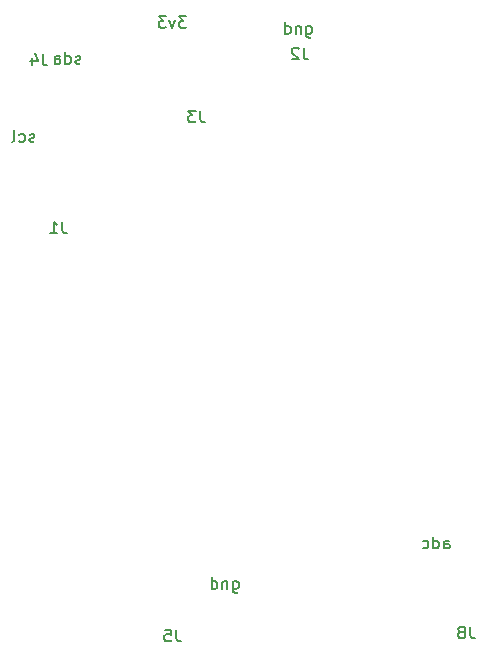
<source format=gbr>
G04 #@! TF.FileFunction,Legend,Bot*
%FSLAX46Y46*%
G04 Gerber Fmt 4.6, Leading zero omitted, Abs format (unit mm)*
G04 Created by KiCad (PCBNEW 4.0.7) date Tuesday, April 30, 2019 'PMt' 01:18:36 PM*
%MOMM*%
%LPD*%
G01*
G04 APERTURE LIST*
%ADD10C,0.100000*%
%ADD11C,0.150000*%
G04 APERTURE END LIST*
D10*
D11*
X124666333Y-76922381D02*
X124666333Y-77636667D01*
X124713953Y-77779524D01*
X124809191Y-77874762D01*
X124952048Y-77922381D01*
X125047286Y-77922381D01*
X123666333Y-77922381D02*
X124237762Y-77922381D01*
X123952048Y-77922381D02*
X123952048Y-76922381D01*
X124047286Y-77065238D01*
X124142524Y-77160476D01*
X124237762Y-77208095D01*
X122316762Y-70127762D02*
X122221524Y-70175381D01*
X122031048Y-70175381D01*
X121935809Y-70127762D01*
X121888190Y-70032524D01*
X121888190Y-69984905D01*
X121935809Y-69889667D01*
X122031048Y-69842048D01*
X122173905Y-69842048D01*
X122269143Y-69794429D01*
X122316762Y-69699190D01*
X122316762Y-69651571D01*
X122269143Y-69556333D01*
X122173905Y-69508714D01*
X122031048Y-69508714D01*
X121935809Y-69556333D01*
X121031047Y-70127762D02*
X121126285Y-70175381D01*
X121316762Y-70175381D01*
X121412000Y-70127762D01*
X121459619Y-70080143D01*
X121507238Y-69984905D01*
X121507238Y-69699190D01*
X121459619Y-69603952D01*
X121412000Y-69556333D01*
X121316762Y-69508714D01*
X121126285Y-69508714D01*
X121031047Y-69556333D01*
X120459619Y-70175381D02*
X120554857Y-70127762D01*
X120602476Y-70032524D01*
X120602476Y-69175381D01*
X145113333Y-62190381D02*
X145113333Y-62904667D01*
X145160953Y-63047524D01*
X145256191Y-63142762D01*
X145399048Y-63190381D01*
X145494286Y-63190381D01*
X144684762Y-62285619D02*
X144637143Y-62238000D01*
X144541905Y-62190381D01*
X144303809Y-62190381D01*
X144208571Y-62238000D01*
X144160952Y-62285619D01*
X144113333Y-62380857D01*
X144113333Y-62476095D01*
X144160952Y-62618952D01*
X144732381Y-63190381D01*
X144113333Y-63190381D01*
X145343476Y-60364714D02*
X145343476Y-61174238D01*
X145391095Y-61269476D01*
X145438714Y-61317095D01*
X145533953Y-61364714D01*
X145676810Y-61364714D01*
X145772048Y-61317095D01*
X145343476Y-60983762D02*
X145438714Y-61031381D01*
X145629191Y-61031381D01*
X145724429Y-60983762D01*
X145772048Y-60936143D01*
X145819667Y-60840905D01*
X145819667Y-60555190D01*
X145772048Y-60459952D01*
X145724429Y-60412333D01*
X145629191Y-60364714D01*
X145438714Y-60364714D01*
X145343476Y-60412333D01*
X144867286Y-60364714D02*
X144867286Y-61031381D01*
X144867286Y-60459952D02*
X144819667Y-60412333D01*
X144724429Y-60364714D01*
X144581571Y-60364714D01*
X144486333Y-60412333D01*
X144438714Y-60507571D01*
X144438714Y-61031381D01*
X143533952Y-61031381D02*
X143533952Y-60031381D01*
X143533952Y-60983762D02*
X143629190Y-61031381D01*
X143819667Y-61031381D01*
X143914905Y-60983762D01*
X143962524Y-60936143D01*
X144010143Y-60840905D01*
X144010143Y-60555190D01*
X143962524Y-60459952D01*
X143914905Y-60412333D01*
X143819667Y-60364714D01*
X143629190Y-60364714D01*
X143533952Y-60412333D01*
X136350333Y-67524381D02*
X136350333Y-68238667D01*
X136397953Y-68381524D01*
X136493191Y-68476762D01*
X136636048Y-68524381D01*
X136731286Y-68524381D01*
X135969381Y-67524381D02*
X135350333Y-67524381D01*
X135683667Y-67905333D01*
X135540809Y-67905333D01*
X135445571Y-67952952D01*
X135397952Y-68000571D01*
X135350333Y-68095810D01*
X135350333Y-68333905D01*
X135397952Y-68429143D01*
X135445571Y-68476762D01*
X135540809Y-68524381D01*
X135826524Y-68524381D01*
X135921762Y-68476762D01*
X135969381Y-68429143D01*
X135175476Y-59523381D02*
X134556428Y-59523381D01*
X134889762Y-59904333D01*
X134746904Y-59904333D01*
X134651666Y-59951952D01*
X134604047Y-59999571D01*
X134556428Y-60094810D01*
X134556428Y-60332905D01*
X134604047Y-60428143D01*
X134651666Y-60475762D01*
X134746904Y-60523381D01*
X135032619Y-60523381D01*
X135127857Y-60475762D01*
X135175476Y-60428143D01*
X134223095Y-59856714D02*
X133985000Y-60523381D01*
X133746904Y-59856714D01*
X133461190Y-59523381D02*
X132842142Y-59523381D01*
X133175476Y-59904333D01*
X133032618Y-59904333D01*
X132937380Y-59951952D01*
X132889761Y-59999571D01*
X132842142Y-60094810D01*
X132842142Y-60332905D01*
X132889761Y-60428143D01*
X132937380Y-60475762D01*
X133032618Y-60523381D01*
X133318333Y-60523381D01*
X133413571Y-60475762D01*
X133461190Y-60428143D01*
X123015333Y-62698381D02*
X123015333Y-63412667D01*
X123062953Y-63555524D01*
X123158191Y-63650762D01*
X123301048Y-63698381D01*
X123396286Y-63698381D01*
X122110571Y-63031714D02*
X122110571Y-63698381D01*
X122348667Y-62650762D02*
X122586762Y-63365048D01*
X121967714Y-63365048D01*
X126214048Y-63523762D02*
X126118810Y-63571381D01*
X125928334Y-63571381D01*
X125833095Y-63523762D01*
X125785476Y-63428524D01*
X125785476Y-63380905D01*
X125833095Y-63285667D01*
X125928334Y-63238048D01*
X126071191Y-63238048D01*
X126166429Y-63190429D01*
X126214048Y-63095190D01*
X126214048Y-63047571D01*
X126166429Y-62952333D01*
X126071191Y-62904714D01*
X125928334Y-62904714D01*
X125833095Y-62952333D01*
X124928333Y-63571381D02*
X124928333Y-62571381D01*
X124928333Y-63523762D02*
X125023571Y-63571381D01*
X125214048Y-63571381D01*
X125309286Y-63523762D01*
X125356905Y-63476143D01*
X125404524Y-63380905D01*
X125404524Y-63095190D01*
X125356905Y-62999952D01*
X125309286Y-62952333D01*
X125214048Y-62904714D01*
X125023571Y-62904714D01*
X124928333Y-62952333D01*
X124023571Y-63571381D02*
X124023571Y-63047571D01*
X124071190Y-62952333D01*
X124166428Y-62904714D01*
X124356905Y-62904714D01*
X124452143Y-62952333D01*
X124023571Y-63523762D02*
X124118809Y-63571381D01*
X124356905Y-63571381D01*
X124452143Y-63523762D01*
X124499762Y-63428524D01*
X124499762Y-63333286D01*
X124452143Y-63238048D01*
X124356905Y-63190429D01*
X124118809Y-63190429D01*
X124023571Y-63142810D01*
X134318333Y-111466381D02*
X134318333Y-112180667D01*
X134365953Y-112323524D01*
X134461191Y-112418762D01*
X134604048Y-112466381D01*
X134699286Y-112466381D01*
X133365952Y-111466381D02*
X133842143Y-111466381D01*
X133889762Y-111942571D01*
X133842143Y-111894952D01*
X133746905Y-111847333D01*
X133508809Y-111847333D01*
X133413571Y-111894952D01*
X133365952Y-111942571D01*
X133318333Y-112037810D01*
X133318333Y-112275905D01*
X133365952Y-112371143D01*
X133413571Y-112418762D01*
X133508809Y-112466381D01*
X133746905Y-112466381D01*
X133842143Y-112418762D01*
X133889762Y-112371143D01*
X139120476Y-107354714D02*
X139120476Y-108164238D01*
X139168095Y-108259476D01*
X139215714Y-108307095D01*
X139310953Y-108354714D01*
X139453810Y-108354714D01*
X139549048Y-108307095D01*
X139120476Y-107973762D02*
X139215714Y-108021381D01*
X139406191Y-108021381D01*
X139501429Y-107973762D01*
X139549048Y-107926143D01*
X139596667Y-107830905D01*
X139596667Y-107545190D01*
X139549048Y-107449952D01*
X139501429Y-107402333D01*
X139406191Y-107354714D01*
X139215714Y-107354714D01*
X139120476Y-107402333D01*
X138644286Y-107354714D02*
X138644286Y-108021381D01*
X138644286Y-107449952D02*
X138596667Y-107402333D01*
X138501429Y-107354714D01*
X138358571Y-107354714D01*
X138263333Y-107402333D01*
X138215714Y-107497571D01*
X138215714Y-108021381D01*
X137310952Y-108021381D02*
X137310952Y-107021381D01*
X137310952Y-107973762D02*
X137406190Y-108021381D01*
X137596667Y-108021381D01*
X137691905Y-107973762D01*
X137739524Y-107926143D01*
X137787143Y-107830905D01*
X137787143Y-107545190D01*
X137739524Y-107449952D01*
X137691905Y-107402333D01*
X137596667Y-107354714D01*
X137406190Y-107354714D01*
X137310952Y-107402333D01*
X159210333Y-111212381D02*
X159210333Y-111926667D01*
X159257953Y-112069524D01*
X159353191Y-112164762D01*
X159496048Y-112212381D01*
X159591286Y-112212381D01*
X158591286Y-111640952D02*
X158686524Y-111593333D01*
X158734143Y-111545714D01*
X158781762Y-111450476D01*
X158781762Y-111402857D01*
X158734143Y-111307619D01*
X158686524Y-111260000D01*
X158591286Y-111212381D01*
X158400809Y-111212381D01*
X158305571Y-111260000D01*
X158257952Y-111307619D01*
X158210333Y-111402857D01*
X158210333Y-111450476D01*
X158257952Y-111545714D01*
X158305571Y-111593333D01*
X158400809Y-111640952D01*
X158591286Y-111640952D01*
X158686524Y-111688571D01*
X158734143Y-111736190D01*
X158781762Y-111831429D01*
X158781762Y-112021905D01*
X158734143Y-112117143D01*
X158686524Y-112164762D01*
X158591286Y-112212381D01*
X158400809Y-112212381D01*
X158305571Y-112164762D01*
X158257952Y-112117143D01*
X158210333Y-112021905D01*
X158210333Y-111831429D01*
X158257952Y-111736190D01*
X158305571Y-111688571D01*
X158400809Y-111640952D01*
X157003666Y-104592381D02*
X157003666Y-104068571D01*
X157051285Y-103973333D01*
X157146523Y-103925714D01*
X157337000Y-103925714D01*
X157432238Y-103973333D01*
X157003666Y-104544762D02*
X157098904Y-104592381D01*
X157337000Y-104592381D01*
X157432238Y-104544762D01*
X157479857Y-104449524D01*
X157479857Y-104354286D01*
X157432238Y-104259048D01*
X157337000Y-104211429D01*
X157098904Y-104211429D01*
X157003666Y-104163810D01*
X156098904Y-104592381D02*
X156098904Y-103592381D01*
X156098904Y-104544762D02*
X156194142Y-104592381D01*
X156384619Y-104592381D01*
X156479857Y-104544762D01*
X156527476Y-104497143D01*
X156575095Y-104401905D01*
X156575095Y-104116190D01*
X156527476Y-104020952D01*
X156479857Y-103973333D01*
X156384619Y-103925714D01*
X156194142Y-103925714D01*
X156098904Y-103973333D01*
X155194142Y-104544762D02*
X155289380Y-104592381D01*
X155479857Y-104592381D01*
X155575095Y-104544762D01*
X155622714Y-104497143D01*
X155670333Y-104401905D01*
X155670333Y-104116190D01*
X155622714Y-104020952D01*
X155575095Y-103973333D01*
X155479857Y-103925714D01*
X155289380Y-103925714D01*
X155194142Y-103973333D01*
M02*

</source>
